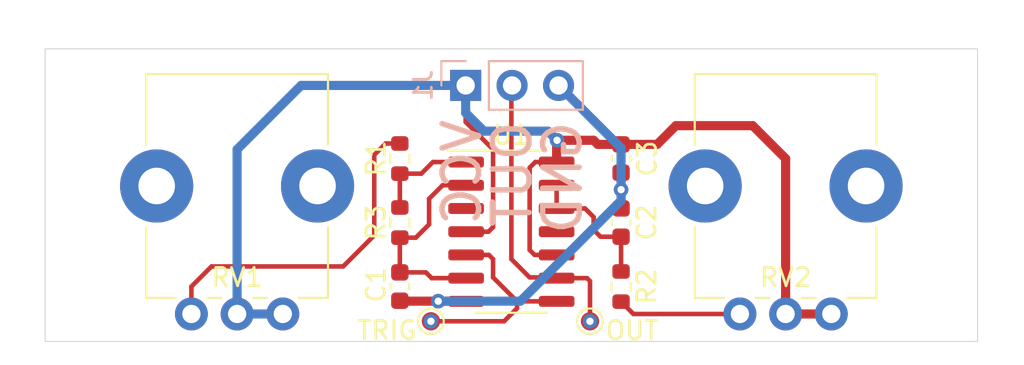
<source format=kicad_pcb>
(kicad_pcb (version 20211014) (generator pcbnew)
  (layers (0 "F.Cu" signal) (31 "B.Cu" signal) (34 "B.Paste" user) (35 "F.Paste" user) (36 "B.SilkS" user "B.Silkscreen") (37 "F.SilkS" user "F.Silkscreen") (38 "B.Mask" user) (39 "F.Mask" user) (44 "Edge.Cuts" user))
  (net 0 "")
  (net 1 "GND")
  (net 2 "Net-(C1-Pad1)")
  (net 3 "Net-(C2-Pad1)")
  (net 4 "Net-(R1-Pad1)")
  (net 5 "Net-(R2-Pad1)")
  (net 6 "+5V")
  (net 7 "Net-(U1-Pad11)")
  (net 8 "/OUT")
  (net 9 "Net-(U1-Pad3)")
  (net 10 "/TRIG")
  (net 11 "Net-(R1-Pad2)")
  (footprint "Capacitor_SMD:C_0603_1608Metric" (layer "F.Cu") (at 126.4 89 -90)
    (fp_text reference "C1" (at -0.1 1.3 90) (layer "F.SilkS"))
    (fp_text value "0.01uF")
    (fp_line (start -0.14058 0.51) (end 0.14058 0.51) (layer "F.SilkS") (width 0.12))
    (fp_line (start -0.14058 -0.51) (end 0.14058 -0.51) (layer "F.SilkS") (width 0.12))
    (pad "1" smd roundrect locked (at -0.775 0 270) (size 0.9 0.95) (layers "F.Cu" "F.Paste" "F.Mask") (net 2 "Net-(C1-Pad1)"))
    (pad "2" smd roundrect locked (at 0.775 0 270) (size 0.9 0.95) (layers "F.Cu" "F.Paste" "F.Mask") (net 1 "GND"))
  )
  (footprint "Capacitor_SMD:C_0603_1608Metric" (layer "F.Cu") (at 138.5 85.5 90)
    (fp_text reference "C2" (at 0 1.4 90) (layer "F.SilkS"))
    (fp_text value "0.01uF")
    (fp_line (start -0.14058 -0.51) (end 0.14058 -0.51) (layer "F.SilkS") (width 0.12))
    (fp_line (start -0.14058 0.51) (end 0.14058 0.51) (layer "F.SilkS") (width 0.12))
    (pad "1" smd roundrect locked (at -0.775 0 90) (size 0.9 0.95) (layers "F.Cu" "F.Paste" "F.Mask") (net 3 "Net-(C2-Pad1)"))
    (pad "2" smd roundrect locked (at 0.775 0 90) (size 0.9 0.95) (layers "F.Cu" "F.Paste" "F.Mask") (net 1 "GND"))
  )
  (footprint "Resistor_SMD:R_0603_1608Metric" (layer "F.Cu") (at 126.4 82 -90)
    (fp_text reference "R1" (at 0 1.3 90) (layer "F.SilkS"))
    (fp_text value "1K")
    (fp_line (start -0.237258 -0.5225) (end 0.237258 -0.5225) (layer "F.SilkS") (width 0.12))
    (fp_line (start -0.237258 0.5225) (end 0.237258 0.5225) (layer "F.SilkS") (width 0.12))
    (pad "1" smd roundrect locked (at -0.825 0 270) (size 0.8 0.95) (layers "F.Cu" "F.Paste" "F.Mask") (net 4 "Net-(R1-Pad1)"))
    (pad "2" smd roundrect locked (at 0.825 0 270) (size 0.8 0.95) (layers "F.Cu" "F.Paste" "F.Mask") (net 11 "Net-(R1-Pad2)"))
  )
  (footprint "parts:Potentiometer_Bourns_PTV09A-1_Single_Vertical" (layer "F.Cu") (at 120 90.5 90)
    (fp_text reference "RV1" (at 2 -2.5) (layer "F.SilkS"))
    (fp_text value "1M")
    (fp_line (start 0.88 -1.629) (end 0.88 -0.87) (layer "F.SilkS") (width 0.12))
    (fp_line (start 0.88 -7.47) (end 4.745 -7.47) (layer "F.SilkS") (width 0.12))
    (fp_line (start 13.12 -7.47) (end 13.12 2.47) (layer "F.SilkS") (width 0.12))
    (fp_line (start 0.88 -7.47) (end 0.88 -5.871) (layer "F.SilkS") (width 0.12))
    (fp_line (start 9.255 2.47) (end 13.12 2.47) (layer "F.SilkS") (width 0.12))
    (fp_line (start 0.88 2.47) (end 4.745 2.47) (layer "F.SilkS") (width 0.12))
    (fp_line (start 0.88 -4.129) (end 0.88 -3.37) (layer "F.SilkS") (width 0.12))
    (fp_line (start 9.255 -7.47) (end 13.12 -7.47) (layer "F.SilkS") (width 0.12))
    (fp_line (start 0.88 0.87) (end 0.88 2.47) (layer "F.SilkS") (width 0.12))
    (pad "" np_thru_hole circle locked (at 7 -6.9 90) (size 4 4) (drill 2) (layers *.Cu *.Mask))
    (pad "" np_thru_hole circle locked (at 7 1.9 90) (size 4 4) (drill 2) (layers *.Cu *.Mask))
    (pad "1" thru_hole circle locked (at 0 0 90) (size 1.8 1.8) (drill 1) (layers *.Cu *.Mask) (net 6 "+5V"))
    (pad "2" thru_hole circle locked (at 0 -2.5 90) (size 1.8 1.8) (drill 1) (layers *.Cu *.Mask) (net 6 "+5V"))
    (pad "3" thru_hole circle locked (at 0 -5 90) (size 1.8 1.8) (drill 1) (layers *.Cu *.Mask) (net 4 "Net-(R1-Pad1)"))
  )
  (footprint "parts:Potentiometer_Bourns_PTV09A-1_Single_Vertical" (layer "F.Cu") (at 150 90.5 90)
    (fp_text reference "RV2" (at 2 -2.5 180) (layer "F.SilkS"))
    (fp_text value "10K")
    (fp_line (start 0.88 2.47) (end 4.745 2.47) (layer "F.SilkS") (width 0.12))
    (fp_line (start 0.88 0.87) (end 0.88 2.47) (layer "F.SilkS") (width 0.12))
    (fp_line (start 0.88 -7.47) (end 0.88 -5.871) (layer "F.SilkS") (width 0.12))
    (fp_line (start 0.88 -1.629) (end 0.88 -0.87) (layer "F.SilkS") (width 0.12))
    (fp_line (start 0.88 -4.129) (end 0.88 -3.37) (layer "F.SilkS") (width 0.12))
    (fp_line (start 9.255 2.47) (end 13.12 2.47) (layer "F.SilkS") (width 0.12))
    (fp_line (start 13.12 -7.47) (end 13.12 2.47) (layer "F.SilkS") (width 0.12))
    (fp_line (start 0.88 -7.47) (end 4.745 -7.47) (layer "F.SilkS") (width 0.12))
    (fp_line (start 9.255 -7.47) (end 13.12 -7.47) (layer "F.SilkS") (width 0.12))
    (pad "" np_thru_hole circle locked (at 7 1.9 90) (size 4 4) (drill 2) (layers *.Cu *.Mask))
    (pad "" np_thru_hole circle locked (at 7 -6.9 90) (size 4 4) (drill 2) (layers *.Cu *.Mask))
    (pad "1" thru_hole circle locked (at 0 0 90) (size 1.8 1.8) (drill 1) (layers *.Cu *.Mask) (net 6 "+5V"))
    (pad "2" thru_hole circle locked (at 0 -2.5 90) (size 1.8 1.8) (drill 1) (layers *.Cu *.Mask) (net 6 "+5V"))
    (pad "3" thru_hole circle locked (at 0 -5 90) (size 1.8 1.8) (drill 1) (layers *.Cu *.Mask) (net 5 "Net-(R2-Pad1)"))
  )
  (footprint "Capacitor_SMD:C_0603_1608Metric" (layer "F.Cu") (at 138.5 82 -90)
    (fp_text reference "C3" (at 0 -1.43 90) (layer "F.SilkS"))
    (fp_text value "0.1uF")
    (fp_line (start -0.14058 -0.51) (end 0.14058 -0.51) (layer "F.SilkS") (width 0.12))
    (fp_line (start -0.14058 0.51) (end 0.14058 0.51) (layer "F.SilkS") (width 0.12))
    (pad "1" smd roundrect locked (at -0.775 0 270) (size 0.9 0.95) (layers "F.Cu" "F.Paste" "F.Mask") (net 6 "+5V"))
    (pad "2" smd roundrect locked (at 0.775 0 270) (size 0.9 0.95) (layers "F.Cu" "F.Paste" "F.Mask") (net 1 "GND"))
  )
  (footprint "Package_SO:SOIC-14_3.9x8.7mm_P1.27mm" (layer "F.Cu") (at 132.5 86)
    (fp_text reference "U1" (at 0 -5.28) (layer "F.SilkS"))
    (fp_text value "TLC556")
    (fp_line (start 0 4.435) (end -1.95 4.435) (layer "F.SilkS") (width 0.12))
    (fp_line (start 0 -4.435) (end -3.45 -4.435) (layer "F.SilkS") (width 0.12))
    (fp_line (start 0 -4.435) (end 1.95 -4.435) (layer "F.SilkS") (width 0.12))
    (fp_line (start 0 4.435) (end 1.95 4.435) (layer "F.SilkS") (width 0.12))
    (pad "1" smd roundrect locked (at -2.475 -3.81) (size 1.95 0.6) (layers "F.Cu" "F.Paste" "F.Mask") (net 11 "Net-(R1-Pad2)"))
    (pad "2" smd roundrect locked (at -2.475 -2.54) (size 1.95 0.6) (layers "F.Cu" "F.Paste" "F.Mask") (net 2 "Net-(C1-Pad1)"))
    (pad "3" smd roundrect locked (at -2.475 -1.27) (size 1.95 0.6) (layers "F.Cu" "F.Paste" "F.Mask") (net 9 "Net-(U1-Pad3)"))
    (pad "4" smd roundrect locked (at -2.475 0) (size 1.95 0.6) (layers "F.Cu" "F.Paste" "F.Mask") (net 6 "+5V"))
    (pad "5" smd roundrect locked (at -2.475 1.27) (size 1.95 0.6) (layers "F.Cu" "F.Paste" "F.Mask") (net 10 "/TRIG"))
    (pad "6" smd roundrect locked (at -2.475 2.54) (size 1.95 0.6) (layers "F.Cu" "F.Paste" "F.Mask") (net 2 "Net-(C1-Pad1)"))
    (pad "7" smd roundrect locked (at -2.475 3.81) (size 1.95 0.6) (layers "F.Cu" "F.Paste" "F.Mask") (net 1 "GND"))
    (pad "8" smd roundrect locked (at 2.475 3.81) (size 1.95 0.6) (layers "F.Cu" "F.Paste" "F.Mask") (net 10 "/TRIG"))
    (pad "9" smd roundrect locked (at 2.475 2.54) (size 1.95 0.6) (layers "F.Cu" "F.Paste" "F.Mask") (net 8 "/OUT"))
    (pad "10" smd roundrect locked (at 2.475 1.27) (size 1.95 0.6) (layers "F.Cu" "F.Paste" "F.Mask") (net 6 "+5V"))
    (pad "11" smd roundrect locked (at 2.475 0) (size 1.95 0.6) (layers "F.Cu" "F.Paste" "F.Mask") (net 7 "Net-(U1-Pad11)"))
    (pad "12" smd roundrect locked (at 2.475 -1.27) (size 1.95 0.6) (layers "F.Cu" "F.Paste" "F.Mask") (net 3 "Net-(C2-Pad1)"))
    (pad "13" smd roundrect locked (at 2.475 -2.54) (size 1.95 0.6) (layers "F.Cu" "F.Paste" "F.Mask") (net 3 "Net-(C2-Pad1)"))
    (pad "14" smd roundrect locked (at 2.475 -3.81) (size 1.95 0.6) (layers "F.Cu" "F.Paste" "F.Mask") (net 6 "+5V"))
  )
  (footprint "Resistor_SMD:R_0603_1608Metric" (layer "F.Cu") (at 138.5 89 90)
    (fp_text reference "R2" (at 0 1.4 90) (layer "F.SilkS"))
    (fp_text value "100R")
    (fp_line (start -0.237258 -0.5225) (end 0.237258 -0.5225) (layer "F.SilkS") (width 0.12))
    (fp_line (start -0.237258 0.5225) (end 0.237258 0.5225) (layer "F.SilkS") (width 0.12))
    (pad "1" smd roundrect locked (at -0.825 0 90) (size 0.8 0.95) (layers "F.Cu" "F.Paste" "F.Mask") (net 5 "Net-(R2-Pad1)"))
    (pad "2" smd roundrect locked (at 0.825 0 90) (size 0.8 0.95) (layers "F.Cu" "F.Paste" "F.Mask") (net 3 "Net-(C2-Pad1)"))
  )
  (footprint "MountingHole:MountingHole_2.7mm_M2.5" (layer "F.Cu") (at 109.68 88.16)
    (fp_text reference "H1" hide)
    (fp_text value "MountingHole")
    (pad "" np_thru_hole circle locked (at 0 0) (size 2.7 2.7) (drill 2.7) (layers *.Cu *.Mask))
  )
  (footprint "MountingHole:MountingHole_2.7mm_M2.5" (layer "F.Cu") (at 155.4 88.16)
    (fp_text reference "H2" hide)
    (fp_text value "MountingHole")
    (pad "" np_thru_hole circle locked (at 0 0) (size 2.7 2.7) (drill 2.7) (layers *.Cu *.Mask))
  )
  (footprint "TestPoint:TestPoint_Pad_D1.0mm" (layer "F.Cu") (at 128.1 90.9)
    (fp_text reference "TP1" hide)
    (fp_text value "TestPoint")
    (fp_circle (center 0 0) (end 0 0.7) (layer "F.SilkS") (width 0.12) (fill none))
    (pad "1" smd circle locked (at 0 0) (size 1 1) (layers "F.Cu" "F.Mask") (net 10 "/TRIG"))
  )
  (footprint "TestPoint:TestPoint_Pad_D1.0mm" (layer "F.Cu") (at 136.8 90.9)
    (fp_text reference "TP2" hide)
    (fp_text value "TestPoint")
    (fp_circle (center 0 0) (end 0 0.7) (layer "F.SilkS") (width 0.12) (fill none))
    (pad "1" smd circle locked (at 0 0) (size 1 1) (layers "F.Cu" "F.Mask") (net 8 "/OUT"))
  )
  (footprint "Resistor_SMD:R_0603_1608Metric" (layer "F.Cu") (at 126.4 85.5 -90)
    (fp_text reference "R3" (at 0 1.3 90) (layer "F.SilkS"))
    (fp_text value "100R")
    (fp_line (start -0.237258 -0.5225) (end 0.237258 -0.5225) (layer "F.SilkS") (width 0.12))
    (fp_line (start -0.237258 0.5225) (end 0.237258 0.5225) (layer "F.SilkS") (width 0.12))
    (pad "1" smd roundrect locked (at -0.825 0 270) (size 0.8 0.95) (layers "F.Cu" "F.Paste" "F.Mask") (net 11 "Net-(R1-Pad2)"))
    (pad "2" smd roundrect locked (at 0.825 0 270) (size 0.8 0.95) (layers "F.Cu" "F.Paste" "F.Mask") (net 2 "Net-(C1-Pad1)"))
  )
  (footprint "Connector_PinHeader_2.54mm:PinHeader_1x03_P2.54mm_Vertical" (layer "B.Cu") (at 130 78 -90)
    (fp_text reference "J1" (at 0 2.33 -90) (layer "B.SilkS") (effects (justify mirror)))
    (fp_text value "Conn_01x03")
    (fp_line (start 1.33 -1.27) (end 1.33 -6.41) (layer "B.SilkS") (width 0.12))
    (fp_line (start -1.33 -1.27) (end -1.33 -6.41) (layer "B.SilkS") (width 0.12))
    (fp_line (start -1.33 1.33) (end 0 1.33) (layer "B.SilkS") (width 0.12))
    (fp_line (start -1.33 0) (end -1.33 1.33) (layer "B.SilkS") (width 0.12))
    (fp_line (start -1.33 -6.41) (end 1.33 -6.41) (layer "B.SilkS") (width 0.12))
    (fp_line (start -1.33 -1.27) (end 1.33 -1.27) (layer "B.SilkS") (width 0.12))
    (pad "1" thru_hole rect locked (at 0 0 270) (size 1.7 1.7) (drill 1) (layers *.Cu *.Mask) (net 6 "+5V"))
    (pad "2" thru_hole oval locked (at 0 -2.54 270) (size 1.7 1.7) (drill 1) (layers *.Cu *.Mask) (net 8 "/OUT"))
    (pad "3" thru_hole oval locked (at 0 -5.08 270) (size 1.7 1.7) (drill 1) (layers *.Cu *.Mask) (net 1 "GND"))
  )
  (gr_line (start 107 92) (end 107 76) (layer "Edge.Cuts") (width 0.05))
  (gr_line (start 107 76) (end 158 76) (layer "Edge.Cuts") (width 0.05))
  (gr_line (start 158 76) (end 158 92) (layer "Edge.Cuts") (width 0.05))
  (gr_line (start 158 92) (end 107 92) (layer "Edge.Cuts") (width 0.05))
  (gr_text "OUT" (at 132.55 79.8 90) (layer "B.SilkS") (effects (font (size 2 2) (thickness 0.3)) (justify left mirror)))
  (gr_text "GND" (at 135.3 79.8 90) (layer "B.SilkS") (effects (font (size 2 2) (thickness 0.3)) (justify left mirror)))
  (gr_text "VCC" (at 129.8 79.7 90) (layer "B.SilkS") (effects (font (size 2 2) (thickness 0.3)) (justify left mirror)))
  (gr_text "TRIG" (at 125.7 91.4) (layer "F.SilkS") (effects (font (size 1 1))))
  (gr_text "OUT" (at 139.1 91.4) (layer "F.SilkS") (effects (font (size 1 1))))
  (segment (start 128.5 89.8) (end 130.015 89.8) (width 0.5) (layer "F.Cu") (net 1))
  (segment (start 126.425 89.8) (end 126.4 89.775) (width 0.5) (layer "F.Cu") (net 1))
  (segment (start 128.5 89.8) (end 126.425 89.8) (width 0.5) (layer "F.Cu") (net 1))
  (segment (start 138.5 82.775) (end 138.5 83.7) (width 0.5) (layer "F.Cu") (net 1))
  (segment (start 130.015 89.8) (end 130.025 89.81) (width 0.5) (layer "F.Cu") (net 1))
  (segment (start 138.5 83.7) (end 138.5 84.725) (width 0.5) (layer "F.Cu") (net 1))
  (via (at 138.5 83.7) (size 0.8) (drill 0.4) (layers "F.Cu" "B.Cu") (net 1))
  (via (at 128.5 89.8) (size 0.8) (drill 0.4) (layers "F.Cu" "B.Cu") (net 1))
  (segment (start 138.5 81.42) (end 138.5 83.7) (width 0.5) (layer "B.Cu") (net 1))
  (segment (start 137 79.92) (end 138.5 81.42) (width 0.5) (layer "B.Cu") (net 1))
  (segment (start 133 89.8) (end 128.5 89.8) (width 0.5) (layer "B.Cu") (net 1))
  (segment (start 135.08 78) (end 137 79.92) (width 0.5) (layer "B.Cu") (net 1))
  (segment (start 138.5 83.7) (end 138.5 84.3) (width 0.5) (layer "B.Cu") (net 1))
  (segment (start 138.5 84.3) (end 133 89.8) (width 0.5) (layer "B.Cu") (net 1))
  (segment (start 127.825 88.225) (end 126.4 88.225) (width 0.25) (layer "F.Cu") (net 2))
  (segment (start 126.4 86.325) (end 127.275 86.325) (width 0.25) (layer "F.Cu") (net 2))
  (segment (start 128 85.6) (end 128 84.2) (width 0.25) (layer "F.Cu") (net 2))
  (segment (start 130.025 88.54) (end 128.14 88.54) (width 0.25) (layer "F.Cu") (net 2))
  (segment (start 126.4 88.225) (end 126.4 86.325) (width 0.25) (layer "F.Cu") (net 2))
  (segment (start 128.14 88.54) (end 127.825 88.225) (width 0.25) (layer "F.Cu") (net 2))
  (segment (start 127.275 86.325) (end 128 85.6) (width 0.25) (layer "F.Cu") (net 2))
  (segment (start 128.74 83.46) (end 130.025 83.46) (width 0.25) (layer "F.Cu") (net 2))
  (segment (start 128 84.2) (end 128.74 83.46) (width 0.25) (layer "F.Cu") (net 2))
  (segment (start 138.5 86.275) (end 138.5 88.175) (width 0.25) (layer "F.Cu") (net 3))
  (segment (start 137 85.2) (end 137 85.9) (width 0.25) (layer "F.Cu") (net 3))
  (segment (start 134.975 83.46) (end 134.975 84.73) (width 0.25) (layer "F.Cu") (net 3))
  (segment (start 137 85.9) (end 137.375 86.275) (width 0.25) (layer "F.Cu") (net 3))
  (segment (start 136.53 84.73) (end 137 85.2) (width 0.25) (layer "F.Cu") (net 3))
  (segment (start 134.975 84.73) (end 136.53 84.73) (width 0.25) (layer "F.Cu") (net 3))
  (segment (start 137.375 86.275) (end 138.5 86.275) (width 0.25) (layer "F.Cu") (net 3))
  (segment (start 115 90.5) (end 115 89) (width 0.25) (layer "F.Cu") (net 4))
  (segment (start 125.625 81.175) (end 126.4 81.175) (width 0.25) (layer "F.Cu") (net 4))
  (segment (start 115 89) (end 116.1 87.9) (width 0.25) (layer "F.Cu") (net 4))
  (segment (start 116.1 87.9) (end 123.3 87.9) (width 0.25) (layer "F.Cu") (net 4))
  (segment (start 125 81.8) (end 125.625 81.175) (width 0.25) (layer "F.Cu") (net 4))
  (segment (start 125 86.2) (end 125 81.8) (width 0.25) (layer "F.Cu") (net 4))
  (segment (start 123.3 87.9) (end 125 86.2) (width 0.25) (layer "F.Cu") (net 4))
  (segment (start 145 90.5) (end 139.175 90.5) (width 0.25) (layer "F.Cu") (net 5))
  (segment (start 139.175 90.5) (end 138.5 89.825) (width 0.25) (layer "F.Cu") (net 5))
  (segment (start 135 81) (end 137 81) (width 0.5) (layer "F.Cu") (net 6))
  (segment (start 133.5 82.5) (end 133.81 82.19) (width 0.25) (layer "F.Cu") (net 6))
  (segment (start 137.225 81.225) (end 138.5 81.225) (width 0.5) (layer "F.Cu") (net 6))
  (segment (start 138.5 81.225) (end 140.475 81.225) (width 0.5) (layer "F.Cu") (net 6))
  (segment (start 147.5 82) (end 147.5 90.5) (width 0.5) (layer "F.Cu") (net 6))
  (segment (start 131.5 85.75) (end 131.5 81.5) (width 0.25) (layer "F.Cu") (net 6))
  (segment (start 133.5 87) (end 133.5 82.5) (width 0.25) (layer "F.Cu") (net 6))
  (segment (start 133.77 87.27) (end 133.5 87) (width 0.25) (layer "F.Cu") (net 6))
  (segment (start 134.975 81.025) (end 135 81) (width 0.5) (layer "F.Cu") (net 6))
  (segment (start 131.5 81.5) (end 130 80) (width 0.25) (layer "F.Cu") (net 6))
  (segment (start 133.81 82.19) (end 134.975 82.19) (width 0.25) (layer "F.Cu") (net 6))
  (segment (start 134.975 82.19) (end 134.975 81.025) (width 0.5) (layer "F.Cu") (net 6))
  (segment (start 130.025 86) (end 131.25 86) (width 0.25) (layer "F.Cu") (net 6))
  (segment (start 134.975 87.27) (end 133.77 87.27) (width 0.25) (layer "F.Cu") (net 6))
  (segment (start 137 81) (end 137.225 81.225) (width 0.5) (layer "F.Cu") (net 6))
  (segment (start 145.7 80.2) (end 147.5 82) (width 0.5) (layer "F.Cu") (net 6))
  (segment (start 131.25 86) (end 131.5 85.75) (width 0.25) (layer "F.Cu") (net 6))
  (segment (start 141.5 80.2) (end 145.7 80.2) (width 0.5) (layer "F.Cu") (net 6))
  (segment (start 147.5 90.5) (end 150 90.5) (width 0.5) (layer "F.Cu") (net 6))
  (segment (start 130 80) (end 130 78) (width 0.25) (layer "F.Cu") (net 6))
  (segment (start 140.475 81.225) (end 141.5 80.2) (width 0.5) (layer "F.Cu") (net 6))
  (via (at 135 81) (size 0.8) (drill 0.4) (layers "F.Cu" "B.Cu") (net 6))
  (segment (start 134.5 80.5) (end 131 80.5) (width 0.5) (layer "B.Cu") (net 6))
  (segment (start 131 80.5) (end 130 79.5) (width 0.5) (layer "B.Cu") (net 6))
  (segment (start 117.5 81.5) (end 117.5 90.5) (width 0.5) (layer "B.Cu") (net 6))
  (segment (start 135 81) (end 134.5 80.5) (width 0.5) (layer "B.Cu") (net 6))
  (segment (start 130 79.5) (end 130 78) (width 0.5) (layer "B.Cu") (net 6))
  (segment (start 121 78) (end 117.5 81.5) (width 0.5) (layer "B.Cu") (net 6))
  (segment (start 117.5 90.5) (end 120 90.5) (width 0.5) (layer "B.Cu") (net 6))
  (segment (start 130 78) (end 121 78) (width 0.5) (layer "B.Cu") (net 6))
  (segment (start 134.975 88.54) (end 134.935 88.5) (width 0.25) (layer "F.Cu") (net 8))
  (segment (start 136.8 88.7) (end 136.8 90.9) (width 0.25) (layer "F.Cu") (net 8))
  (segment (start 136.64 88.54) (end 136.8 88.7) (width 0.25) (layer "F.Cu") (net 8))
  (segment (start 132.5 87.5) (end 132.5 78.04) (width 0.25) (layer "F.Cu") (net 8))
  (segment (start 134.975 88.54) (end 136.64 88.54) (width 0.25) (layer "F.Cu") (net 8))
  (segment (start 133.5 88.5) (end 132.5 87.5) (width 0.25) (layer "F.Cu") (net 8))
  (segment (start 134.935 88.5) (end 133.5 88.5) (width 0.25) (layer "F.Cu") (net 8))
  (segment (start 132.5 78.04) (end 132.54 78) (width 0.25) (layer "F.Cu") (net 8))
  (via (at 136.8 90.9) (size 0.8) (drill 0.4) (layers "F.Cu" "B.Cu") (net 8))
  (segment (start 128.1 90.9) (end 132.1 90.9) (width 0.25) (layer "F.Cu") (net 10))
  (segment (start 131.27 87.27) (end 131.5 87.5) (width 0.25) (layer "F.Cu") (net 10))
  (segment (start 130.025 87.27) (end 131.27 87.27) (width 0.25) (layer "F.Cu") (net 10))
  (segment (start 131.5 87.5) (end 131.5 88.5) (width 0.25) (layer "F.Cu") (net 10))
  (segment (start 131.5 88.5) (end 132.81 89.81) (width 0.25) (layer "F.Cu") (net 10))
  (segment (start 132.81 90.19) (end 132.1 90.9) (width 0.25) (layer "F.Cu") (net 10))
  (segment (start 132.81 89.81) (end 132.81 90.19) (width 0.25) (layer "F.Cu") (net 10))
  (segment (start 132.81 89.81) (end 134.975 89.81) (width 0.25) (layer "F.Cu") (net 10))
  (via (at 128.1 90.9) (size 0.8) (drill 0.4) (layers "F.Cu" "B.Cu") (net 10))
  (segment (start 126.4 82.825) (end 127.575 82.825) (width 0.25) (layer "F.Cu") (net 11))
  (segment (start 127.575 82.825) (end 128.21 82.19) (width 0.25) (layer "F.Cu") (net 11))
  (segment (start 126.4 84.675) (end 126.4 82.825) (width 0.25) (layer "F.Cu") (net 11))
  (segment (start 128.21 82.19) (end 130.025 82.19) (width 0.25) (layer "F.Cu") (net 11))
)
</source>
